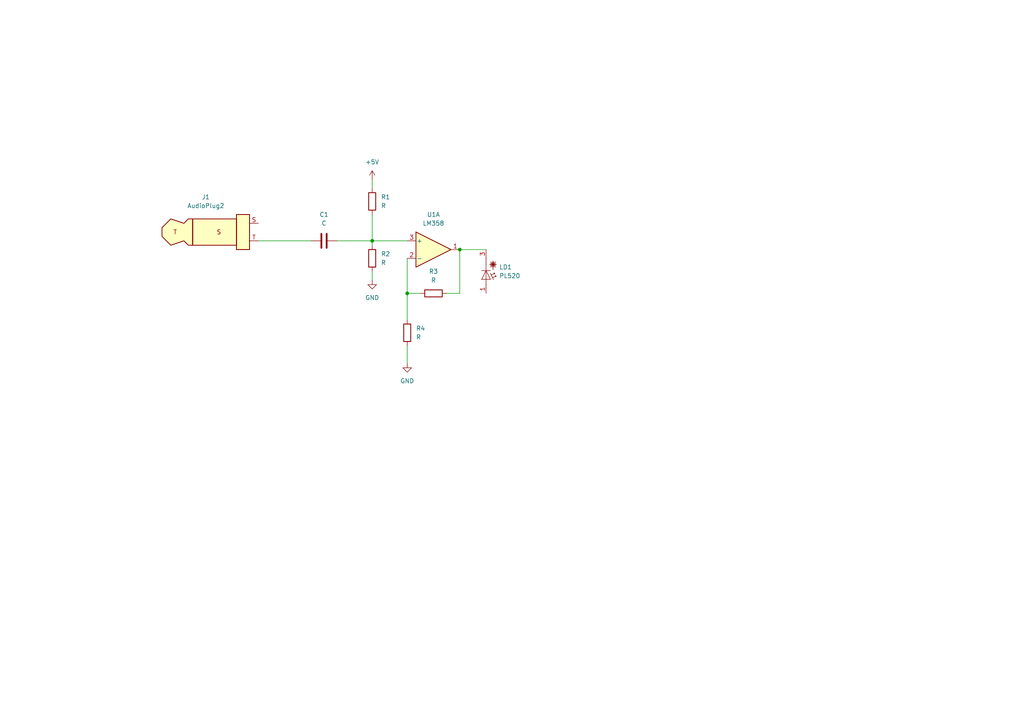
<source format=kicad_sch>
(kicad_sch (version 20250114) (generator "eeschema") (generator_version "9.0")
  (paper "A4")
  (lib_symbols
    (symbol "Amplifier_Operational:LM358" (pin_names (offset 0.127))
      (property "Reference" "U" (at 0 5.08 0))
      (property "Value" "LM358" (at 0 -5.08 0))
      (symbol "LM358_1_1"
        (polyline (pts (xy -5.08 5.08) (xy 5.08 0) (xy -5.08 -5.08) (xy -5.08 5.08)) (stroke (width 0.254)) (fill (type background)))
        (pin input line (at -7.62 2.54 0) (length 2.54) (name "+") (number "3"))
        (pin input line (at -7.62 -2.54 0) (length 2.54) (name "-") (number "2"))
        (pin output line (at 7.62 0 180) (length 2.54) (name "~") (number "1"))
      )
      (symbol "LM358_2_1"
        (polyline (pts (xy -5.08 5.08) (xy 5.08 0) (xy -5.08 -5.08) (xy -5.08 5.08)) (stroke (width 0.254)) (fill (type background)))
        (pin input line (at -7.62 2.54 0) (length 2.54) (name "+") (number "5"))
        (pin input line (at -7.62 -2.54 0) (length 2.54) (name "-") (number "6"))
        (pin output line (at 7.62 0 180) (length 2.54) (name "~") (number "7"))
      )
      (symbol "LM358_3_1"
        (pin power_in line (at -2.54 7.62 270) (length 3.81) (name "V+") (number "8"))
        (pin power_in line (at -2.54 -7.62 90) (length 3.81) (name "V-") (number "4"))
      )
    )
    (symbol "Connector_Audio:AudioPlug2"
      (property "Reference" "J" (at 10.16 6.35 0))
      (property "Value" "AudioPlug2" (at 10.16 -6.35 0))
      (symbol "AudioPlug2_0_0"
        (text "T" (at -8.89 0 0) (effects (font (size 1.27 1.27))))
        (text "S" (at 3.81 0 0) (effects (font (size 1.27 1.27))))
      )
      (symbol "AudioPlug2_0_1"
        (rectangle (start -3.81 3.81) (end 8.89 -3.81) (stroke (width 0.254)) (fill (type background)))
        (polyline (pts (xy -3.81 3.81) (xy -5.08 3.81) (xy -6.35 2.54) (xy -10.16 3.81) (xy -12.7 1.27) (xy -12.7 -1.27) (xy -10.16 -3.81) (xy -6.35 -2.54) (xy -5.08 -3.81) (xy -3.81 -3.81) (xy -3.81 3.81)) (stroke (width 0.254)) (fill (type background)))
        (rectangle (start 12.7 5.08) (end 8.89 -5.08) (stroke (width 0.254)) (fill (type background)))
      )
      (symbol "AudioPlug2_1_1"
        (pin passive line (at 15.24 2.54 180) (length 2.54) (name "~") (number "S"))
        (pin passive line (at 15.24 -2.54 180) (length 2.54) (name "~") (number "T"))
      )
    )
    (symbol "Device:C" (pin_numbers (hide yes)) (pin_names (offset 0.254))
      (property "Reference" "C" (at 0.635 2.54 0))
      (property "Value" "C" (at 0.635 -2.54 0))
      (symbol "C_0_1"
        (polyline (pts (xy -2.032 0.762) (xy 2.032 0.762)) (stroke (width 0.508)))
        (polyline (pts (xy -2.032 -0.762) (xy 2.032 -0.762)) (stroke (width 0.508)))
      )
      (symbol "C_1_1"
        (pin passive line (at 0 3.81 270) (length 2.794) (name "~") (number "1"))
        (pin passive line (at 0 -3.81 90) (length 2.794) (name "~") (number "2"))
      )
    )
    (symbol "Device:R" (pin_numbers (hide yes)) (pin_names (offset 0))
      (property "Reference" "R" (at 2.032 0 90))
      (property "Value" "R" (at 0 0 90))
      (symbol "R_0_1"
        (rectangle (start -1.016 -2.54) (end 1.016 2.54) (stroke (width 0.254)))
      )
      (symbol "R_1_1"
        (pin passive line (at 0 3.81 270) (length 1.27) (name "~") (number "1"))
        (pin passive line (at 0 -3.81 90) (length 1.27) (name "~") (number "2"))
      )
    )
    (symbol "Diode_Laser:PL520" (pin_names (offset 1.016) (hide yes))
      (property "Reference" "LD" (at -1.27 4.445 0))
      (property "Value" "PL520" (at -1.27 -2.54 0))
      (symbol "PL520_0_1"
        (polyline (pts (xy -4.064 2.794) (xy -2.54 1.27)))
        (polyline (pts (xy -4.064 2.286) (xy -2.54 1.778)))
        (polyline (pts (xy -4.064 1.778) (xy -2.54 2.286)))
        (polyline (pts (xy -4.064 1.27) (xy -2.54 2.794)))
        (polyline (pts (xy -3.556 2.794) (xy -3.048 1.27)))
        (polyline (pts (xy -3.302 2.032) (xy -3.302 3.048)))
        (polyline (pts (xy -3.302 2.032) (xy -3.302 1.016)))
        (polyline (pts (xy -3.048 2.794) (xy -3.556 1.27)))
        (polyline (pts (xy -1.778 2.032) (xy -4.318 2.032)))
        (polyline (pts (xy -1.524 1.27) (xy -1.524 -1.27)) (stroke (width 0.1524)))
        (polyline (pts (xy -0.254 1.524) (xy -0.762 2.54) (xy -0.4717 2.4339) (xy -0.762 2.54) (xy -0.8485 2.2301)))
        (polyline (pts (xy 0.5442 1.9119) (xy 0.0362 2.9279) (xy 0.3265 2.8218) (xy 0.0362 2.9279) (xy -0.0503 2.618)))
        (polyline (pts (xy 2.54 0) (xy -5.08 0)))
      )
      (symbol "PL520_1_1"
        (polyline (pts (xy 1.016 -1.27) (xy 1.016 1.27) (xy -1.524 0) (xy 1.016 -1.27)))
        (polyline (pts (xy 1.0782 2.1762) (xy -0.762 1.27) (xy -0.762 1.27)))
        (pin passive line (at -7.62 0 0) (length 2.54) (name "C") (number "3"))
        (pin no_connect line (at -1.27 0 0) (length 2.54) (hide yes) (name "NC") (number "2"))
        (pin passive line (at 5.08 0 180) (length 2.54) (name "A") (number "1"))
      )
    )
    (symbol "power:+5V" (power) (pin_numbers (hide yes)) (pin_names (offset 0) (hide yes))
      (property "Value" "+5V" (at 0 3.556 0))
      (symbol "+5V_0_1"
        (polyline (pts (xy -0.762 1.27) (xy 0 2.54)))
        (polyline (pts (xy 0 2.54) (xy 0.762 1.27)))
        (polyline (pts (xy 0 0) (xy 0 2.54)))
      )
      (symbol "+5V_1_1"
        (pin power_in line (at 0 0 90) (length 0) (name "~") (number "1"))
      )
    )
    (symbol "power:GND" (power) (pin_numbers (hide yes)) (pin_names (offset 0) (hide yes))
      (property "Value" "GND" (at 0 -3.81 0))
      (symbol "GND_0_1"
        (polyline (pts (xy 0 0) (xy 0 -1.27) (xy 1.27 -1.27) (xy 0 -2.54) (xy -1.27 -1.27) (xy 0 -1.27)))
      )
      (symbol "GND_1_1"
        (pin power_in line (at 0 0 270) (length 0) (name "~") (number "1"))
      )
    )
  )
  (junction (at 118.11 85.09))
  (junction (at 107.95 69.85))
  (junction (at 133.35 72.39))
  (wire (pts (xy 118.11 100.33) (xy 118.11 105.41)))
  (wire (pts (xy 97.79 69.85) (xy 107.95 69.85)))
  (wire (pts (xy 129.54 85.09) (xy 133.35 85.09)))
  (wire (pts (xy 118.11 85.09) (xy 121.92 85.09)))
  (wire (pts (xy 107.95 62.23) (xy 107.95 69.85)))
  (wire (pts (xy 107.95 78.74) (xy 107.95 81.28)))
  (wire (pts (xy 107.95 69.85) (xy 107.95 71.12)))
  (wire (pts (xy 107.95 69.85) (xy 118.11 69.85)))
  (wire (pts (xy 118.11 85.09) (xy 118.11 92.71)))
  (wire (pts (xy 74.93 69.85) (xy 90.17 69.85)))
  (wire (pts (xy 133.35 85.09) (xy 133.35 72.39)))
  (wire (pts (xy 133.35 72.39) (xy 140.97 72.39)))
  (wire (pts (xy 118.11 74.93) (xy 118.11 85.09)))
  (wire (pts (xy 107.95 52.07) (xy 107.95 54.61)))
  (symbol (lib_id "Device:R") (at 118.11 96.52 0) (unit 1)
    (property "Reference" "R4" (at 120.65 95.2499 0) (effects (justify left)))
    (property "Value" "R" (at 120.65 97.7899 0) (effects (justify left)))
    (property "Description" "Resistor" (effects (hide yes)))
  )
  (symbol (lib_id "Device:R") (at 125.73 85.09 90) (unit 1)
    (property "Reference" "R3" (at 125.73 78.74 90))
    (property "Value" "R" (at 125.73 81.28 90))
    (property "Description" "Resistor" (effects (hide yes)))
  )
  (symbol (lib_id "Device:R") (at 107.95 58.42 0) (unit 1)
    (property "Reference" "R1" (at 110.49 57.1499 0) (effects (justify left)))
    (property "Value" "R" (at 110.49 59.6899 0) (effects (justify left)))
    (property "Description" "Resistor" (effects (hide yes)))
  )
  (symbol (lib_id "power:+5V") (at 107.95 52.07 0) (unit 1)
    (property "Reference" "#PWR01" (effects (hide yes)))
    (property "Value" "+5V" (at 107.95 46.99 0))
    (property "Description" "Power symbol creates a global label with name \"+5V\"" (effects (hide yes)))
  )
  (symbol (lib_id "power:GND") (at 107.95 81.28 0) (unit 1)
    (property "Reference" "#PWR02" (effects (hide yes)))
    (property "Value" "GND" (at 107.95 86.36 0))
    (property "Description" "Power symbol creates a global label with name \"GND\" , ground" (effects (hide yes)))
  )
  (symbol (lib_id "Connector_Audio:AudioPlug2") (at 59.69 67.31 0) (unit 1)
    (property "Reference" "J1" (at 59.69 57.15 0))
    (property "Value" "AudioPlug2" (at 59.69 59.69 0))
    (property "Description" "Audio Jack, 2 Poles (Mono / TS)" (effects (hide yes)))
  )
  (symbol (lib_id "Device:C") (at 93.98 69.85 90) (unit 1)
    (property "Reference" "C1" (at 93.98 62.23 90))
    (property "Value" "C" (at 93.98 64.77 90))
    (property "Description" "Unpolarized capacitor" (effects (hide yes)))
  )
  (symbol (lib_id "Amplifier_Operational:LM358") (at 125.73 72.39 0) (unit 1)
    (property "Reference" "U1" (at 125.73 62.23 0))
    (property "Value" "LM358" (at 125.73 64.77 0))
    (property "Datasheet" "http://www.ti.com/lit/ds/symlink/lm2904-n.pdf" (effects (hide yes)))
    (property "Description" "Low-Power, Dual Operational Amplifiers, DIP-8/SOIC-8/TO-99-8" (effects (hide yes)))
  )
  (symbol (lib_id "Diode_Laser:PL520") (at 140.97 80.01 270) (unit 1)
    (property "Reference" "LD1" (at 144.78 77.4699 90) (effects (justify left)))
    (property "Value" "PL520" (at 144.78 80.0099 90) (effects (justify left)))
    (property "Footprint" "OptoDevice:LaserDiode_TO38ICut-3" (effects (hide yes)))
    (property "Datasheet" "http://www.osram-os.com/Graphics/XPic7/00234693_0.pdf/PL%20520.pdf" (effects (hide yes)))
    (property "Description" "Green Laser Diode (520nm), TO-38" (effects (hide yes)))
  )
  (symbol (lib_id "power:GND") (at 118.11 105.41 0) (unit 1)
    (property "Reference" "#PWR03" (effects (hide yes)))
    (property "Value" "GND" (at 118.11 110.49 0))
    (property "Description" "Power symbol creates a global label with name \"GND\" , ground" (effects (hide yes)))
  )
  (symbol (lib_id "Device:R") (at 107.95 74.93 0) (unit 1)
    (property "Reference" "R2" (at 110.49 73.6599 0) (effects (justify left)))
    (property "Value" "R" (at 110.49 76.1999 0) (effects (justify left)))
    (property "Description" "Resistor" (effects (hide yes)))
  )
)
</source>
